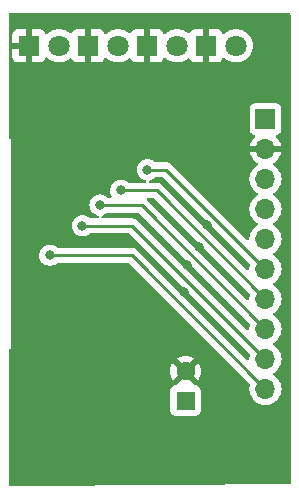
<source format=gbl>
%TF.GenerationSoftware,KiCad,Pcbnew,7.0.10*%
%TF.CreationDate,2024-03-15T22:51:05-04:00*%
%TF.ProjectId,DW1000 BU-01,44573130-3030-4204-9255-2d30312e6b69,rev?*%
%TF.SameCoordinates,Original*%
%TF.FileFunction,Copper,L2,Bot*%
%TF.FilePolarity,Positive*%
%FSLAX46Y46*%
G04 Gerber Fmt 4.6, Leading zero omitted, Abs format (unit mm)*
G04 Created by KiCad (PCBNEW 7.0.10) date 2024-03-15 22:51:05*
%MOMM*%
%LPD*%
G01*
G04 APERTURE LIST*
%TA.AperFunction,ComponentPad*%
%ADD10R,1.800000X1.800000*%
%TD*%
%TA.AperFunction,ComponentPad*%
%ADD11C,1.800000*%
%TD*%
%TA.AperFunction,ComponentPad*%
%ADD12R,1.700000X1.700000*%
%TD*%
%TA.AperFunction,ComponentPad*%
%ADD13O,1.700000X1.700000*%
%TD*%
%TA.AperFunction,ComponentPad*%
%ADD14R,1.600000X1.600000*%
%TD*%
%TA.AperFunction,ComponentPad*%
%ADD15C,1.600000*%
%TD*%
%TA.AperFunction,ViaPad*%
%ADD16C,0.800000*%
%TD*%
%TA.AperFunction,Conductor*%
%ADD17C,0.250000*%
%TD*%
G04 APERTURE END LIST*
D10*
%TO.P,D4,1,K*%
%TO.N,GND*%
X16475000Y-3000000D03*
D11*
%TO.P,D4,2,A*%
%TO.N,Net-(D4-A)*%
X19015000Y-3000000D03*
%TD*%
D10*
%TO.P,D3,1,K*%
%TO.N,GND*%
X11475000Y-3000000D03*
D11*
%TO.P,D3,2,A*%
%TO.N,Net-(D3-A)*%
X14015000Y-3000000D03*
%TD*%
D12*
%TO.P,J1,1,Pin_1*%
%TO.N,+3.3V*%
X21500000Y-9210000D03*
D13*
%TO.P,J1,2,Pin_2*%
%TO.N,GND*%
X21500000Y-11750000D03*
%TO.P,J1,3,Pin_3*%
%TO.N,Net-(J1-Pin_3)*%
X21500000Y-14290000D03*
%TO.P,J1,4,Pin_4*%
%TO.N,Net-(J1-Pin_4)*%
X21500000Y-16830000D03*
%TO.P,J1,5,Pin_5*%
%TO.N,Net-(J1-Pin_5)*%
X21500000Y-19370000D03*
%TO.P,J1,6,Pin_6*%
%TO.N,Net-(DWM1-SPICSn)*%
X21500000Y-21910000D03*
%TO.P,J1,7,Pin_7*%
%TO.N,Net-(DWM1-SPIMOSI)*%
X21500000Y-24450000D03*
%TO.P,J1,8,Pin_8*%
%TO.N,Net-(DWM1-SPIMISO)*%
X21500000Y-26990000D03*
%TO.P,J1,9,Pin_9*%
%TO.N,Net-(DWM1-SPICLK)*%
X21500000Y-29530000D03*
%TO.P,J1,10,Pin_10*%
%TO.N,Net-(DWM1-IRQ{slash}GPIO8)*%
X21500000Y-32070000D03*
%TD*%
D10*
%TO.P,D1,1,K*%
%TO.N,GND*%
X1475000Y-3000000D03*
D11*
%TO.P,D1,2,A*%
%TO.N,Net-(D1-A)*%
X4015000Y-3000000D03*
%TD*%
D14*
%TO.P,C3,1*%
%TO.N,+3.3V*%
X14732000Y-33059380D03*
D15*
%TO.P,C3,2*%
%TO.N,GND*%
X14732000Y-30559380D03*
%TD*%
D10*
%TO.P,D2,1,K*%
%TO.N,GND*%
X6475000Y-3000000D03*
D11*
%TO.P,D2,2,A*%
%TO.N,Net-(D2-A)*%
X9015000Y-3000000D03*
%TD*%
D16*
%TO.N,GND*%
X14351000Y-7747000D03*
X14859000Y-21590000D03*
X19500000Y-38500000D03*
X2921000Y-30099000D03*
X15875000Y-20066000D03*
X6858000Y-33274000D03*
X14605000Y-23876000D03*
X13000000Y-38500000D03*
X2667000Y-35179000D03*
X16510000Y-18161000D03*
X11938000Y-8890000D03*
X4572000Y-28575000D03*
X6750000Y-38500000D03*
%TO.N,Net-(DWM1-SPICSn)*%
X11500000Y-13500000D03*
%TO.N,Net-(DWM1-SPIMOSI)*%
X9250000Y-15250000D03*
%TO.N,Net-(DWM1-SPIMISO)*%
X7500000Y-16500000D03*
%TO.N,Net-(DWM1-SPICLK)*%
X6000000Y-18250000D03*
%TO.N,Net-(DWM1-IRQ{slash}GPIO8)*%
X3250000Y-20750000D03*
%TD*%
D17*
%TO.N,Net-(DWM1-SPICSn)*%
X13090000Y-13500000D02*
X21500000Y-21910000D01*
X11500000Y-13500000D02*
X13090000Y-13500000D01*
%TO.N,Net-(DWM1-SPIMOSI)*%
X12300000Y-15250000D02*
X21500000Y-24450000D01*
X9250000Y-15250000D02*
X12300000Y-15250000D01*
%TO.N,Net-(DWM1-SPIMISO)*%
X7500000Y-16500000D02*
X11010000Y-16500000D01*
X11010000Y-16500000D02*
X21500000Y-26990000D01*
%TO.N,Net-(DWM1-SPICLK)*%
X6000000Y-18250000D02*
X10220000Y-18250000D01*
X10220000Y-18250000D02*
X21500000Y-29530000D01*
%TO.N,Net-(DWM1-IRQ{slash}GPIO8)*%
X10180000Y-20750000D02*
X21500000Y-32070000D01*
X3250000Y-20750000D02*
X10180000Y-20750000D01*
%TD*%
%TA.AperFunction,Conductor*%
%TO.N,GND*%
G36*
X10766587Y-17145185D02*
G01*
X10787229Y-17161819D01*
X20159761Y-26534352D01*
X20193246Y-26595675D01*
X20191855Y-26654124D01*
X20164937Y-26754589D01*
X20164937Y-26754590D01*
X20144341Y-26989999D01*
X20144341Y-26990388D01*
X20144292Y-26990553D01*
X20143869Y-26995394D01*
X20142896Y-26995308D01*
X20124656Y-27057427D01*
X20071852Y-27103182D01*
X20002694Y-27113126D01*
X19939138Y-27084101D01*
X19932660Y-27078069D01*
X10720803Y-17866212D01*
X10710980Y-17853950D01*
X10710759Y-17854134D01*
X10705786Y-17848122D01*
X10656776Y-17802099D01*
X10653977Y-17799386D01*
X10634477Y-17779885D01*
X10634471Y-17779880D01*
X10631286Y-17777409D01*
X10622434Y-17769848D01*
X10590582Y-17739938D01*
X10590580Y-17739936D01*
X10590577Y-17739935D01*
X10573029Y-17730288D01*
X10556763Y-17719604D01*
X10540932Y-17707324D01*
X10500849Y-17689978D01*
X10490363Y-17684841D01*
X10452094Y-17663803D01*
X10452092Y-17663802D01*
X10432693Y-17658822D01*
X10414281Y-17652518D01*
X10395898Y-17644562D01*
X10395892Y-17644560D01*
X10352760Y-17637729D01*
X10341322Y-17635361D01*
X10299020Y-17624500D01*
X10299019Y-17624500D01*
X10278984Y-17624500D01*
X10259586Y-17622973D01*
X10252162Y-17621797D01*
X10239805Y-17619840D01*
X10239804Y-17619840D01*
X10196325Y-17623950D01*
X10184656Y-17624500D01*
X7720590Y-17624500D01*
X7653551Y-17604815D01*
X7607796Y-17552011D01*
X7597852Y-17482853D01*
X7626877Y-17419297D01*
X7685655Y-17381523D01*
X7694809Y-17379210D01*
X7725723Y-17372638D01*
X7779803Y-17361144D01*
X7952730Y-17284151D01*
X8105871Y-17172888D01*
X8108788Y-17169647D01*
X8111600Y-17166526D01*
X8171087Y-17129879D01*
X8203748Y-17125500D01*
X10699548Y-17125500D01*
X10766587Y-17145185D01*
G37*
%TD.AperFunction*%
%TA.AperFunction,Conductor*%
G36*
X12056587Y-15895185D02*
G01*
X12077229Y-15911819D01*
X20159762Y-23994352D01*
X20193247Y-24055675D01*
X20191856Y-24114126D01*
X20164938Y-24214586D01*
X20164936Y-24214596D01*
X20144341Y-24449999D01*
X20144341Y-24450388D01*
X20144292Y-24450553D01*
X20143869Y-24455394D01*
X20142896Y-24455308D01*
X20124656Y-24517427D01*
X20071852Y-24563182D01*
X20002694Y-24573126D01*
X19939138Y-24544101D01*
X19932660Y-24538069D01*
X11510803Y-16116212D01*
X11500980Y-16103950D01*
X11500759Y-16104134D01*
X11495787Y-16098123D01*
X11487022Y-16089893D01*
X11451627Y-16029652D01*
X11454419Y-15959838D01*
X11494512Y-15902617D01*
X11559177Y-15876155D01*
X11571905Y-15875500D01*
X11989548Y-15875500D01*
X12056587Y-15895185D01*
G37*
%TD.AperFunction*%
%TA.AperFunction,Conductor*%
G36*
X12846587Y-14145185D02*
G01*
X12867229Y-14161819D01*
X20159761Y-21454352D01*
X20193246Y-21515675D01*
X20191855Y-21574124D01*
X20164937Y-21674589D01*
X20164937Y-21674590D01*
X20144341Y-21909999D01*
X20144341Y-21910388D01*
X20144292Y-21910553D01*
X20143869Y-21915394D01*
X20142896Y-21915308D01*
X20124656Y-21977427D01*
X20071852Y-22023182D01*
X20002694Y-22033126D01*
X19939138Y-22004101D01*
X19932660Y-21998069D01*
X12800803Y-14866212D01*
X12790980Y-14853950D01*
X12790759Y-14854134D01*
X12785786Y-14848122D01*
X12736776Y-14802099D01*
X12733977Y-14799386D01*
X12714477Y-14779885D01*
X12714471Y-14779880D01*
X12711286Y-14777409D01*
X12702434Y-14769848D01*
X12670582Y-14739938D01*
X12670580Y-14739936D01*
X12670577Y-14739935D01*
X12653029Y-14730288D01*
X12636763Y-14719604D01*
X12620932Y-14707324D01*
X12580849Y-14689978D01*
X12570363Y-14684841D01*
X12532094Y-14663803D01*
X12532092Y-14663802D01*
X12512693Y-14658822D01*
X12494281Y-14652518D01*
X12475898Y-14644562D01*
X12475892Y-14644560D01*
X12432760Y-14637729D01*
X12421322Y-14635361D01*
X12379020Y-14624500D01*
X12379019Y-14624500D01*
X12358984Y-14624500D01*
X12339586Y-14622973D01*
X12332162Y-14621797D01*
X12319805Y-14619840D01*
X12319804Y-14619840D01*
X12276325Y-14623950D01*
X12264656Y-14624500D01*
X11720590Y-14624500D01*
X11653551Y-14604815D01*
X11607796Y-14552011D01*
X11597852Y-14482853D01*
X11626877Y-14419297D01*
X11685655Y-14381523D01*
X11694809Y-14379210D01*
X11725723Y-14372638D01*
X11779803Y-14361144D01*
X11952730Y-14284151D01*
X12105871Y-14172888D01*
X12108788Y-14169647D01*
X12111600Y-14166526D01*
X12171087Y-14129879D01*
X12203748Y-14125500D01*
X12779548Y-14125500D01*
X12846587Y-14145185D01*
G37*
%TD.AperFunction*%
%TA.AperFunction,Conductor*%
G36*
X22964375Y-250502D02*
G01*
X22967410Y-250518D01*
X23498662Y-253343D01*
X23565593Y-273384D01*
X23611067Y-326430D01*
X23622000Y-377341D01*
X23622000Y-40008658D01*
X23602315Y-40075697D01*
X23549511Y-40121452D01*
X23498660Y-40132656D01*
X1532376Y-40249498D01*
X1531716Y-40249500D01*
X-125500Y-40249500D01*
X-192539Y-40229815D01*
X-238294Y-40177011D01*
X-249500Y-40125500D01*
X-249500Y-30559382D01*
X13427034Y-30559382D01*
X13446858Y-30785979D01*
X13446860Y-30785990D01*
X13505730Y-31005697D01*
X13505735Y-31005711D01*
X13601863Y-31211858D01*
X13652974Y-31284852D01*
X14334046Y-30603780D01*
X14346835Y-30684528D01*
X14404359Y-30797425D01*
X14493955Y-30887021D01*
X14606852Y-30944545D01*
X14687599Y-30957333D01*
X14001352Y-31643579D01*
X13991506Y-31692574D01*
X13942890Y-31742757D01*
X13887367Y-31757429D01*
X13887423Y-31758479D01*
X13887429Y-31758526D01*
X13887426Y-31758526D01*
X13887436Y-31758704D01*
X13884123Y-31758881D01*
X13824516Y-31765288D01*
X13689671Y-31815582D01*
X13689664Y-31815586D01*
X13574455Y-31901832D01*
X13574452Y-31901835D01*
X13488206Y-32017044D01*
X13488202Y-32017051D01*
X13437908Y-32151897D01*
X13431501Y-32211496D01*
X13431501Y-32211503D01*
X13431500Y-32211515D01*
X13431500Y-33907250D01*
X13431501Y-33907256D01*
X13437908Y-33966863D01*
X13488202Y-34101708D01*
X13488206Y-34101715D01*
X13574452Y-34216924D01*
X13574455Y-34216927D01*
X13689664Y-34303173D01*
X13689671Y-34303177D01*
X13824517Y-34353471D01*
X13824516Y-34353471D01*
X13831444Y-34354215D01*
X13884127Y-34359880D01*
X15579872Y-34359879D01*
X15639483Y-34353471D01*
X15774331Y-34303176D01*
X15889546Y-34216926D01*
X15975796Y-34101711D01*
X16026091Y-33966863D01*
X16032500Y-33907253D01*
X16032499Y-32211508D01*
X16026091Y-32151897D01*
X15995545Y-32070000D01*
X15975797Y-32017051D01*
X15975793Y-32017044D01*
X15889547Y-31901835D01*
X15889544Y-31901832D01*
X15774335Y-31815586D01*
X15774328Y-31815582D01*
X15639482Y-31765288D01*
X15639483Y-31765288D01*
X15579883Y-31758881D01*
X15579881Y-31758880D01*
X15579873Y-31758880D01*
X15579864Y-31758880D01*
X15576548Y-31758702D01*
X15576627Y-31757227D01*
X15515215Y-31739195D01*
X15469460Y-31686391D01*
X15461969Y-31642902D01*
X14776400Y-30957333D01*
X14857148Y-30944545D01*
X14970045Y-30887021D01*
X15059641Y-30797425D01*
X15117165Y-30684528D01*
X15129953Y-30603780D01*
X15811024Y-31284851D01*
X15862136Y-31211858D01*
X15958264Y-31005711D01*
X15958269Y-31005697D01*
X16017139Y-30785990D01*
X16017141Y-30785979D01*
X16036966Y-30559382D01*
X16036966Y-30559377D01*
X16017141Y-30332780D01*
X16017139Y-30332769D01*
X15958269Y-30113062D01*
X15958264Y-30113048D01*
X15862136Y-29906901D01*
X15862132Y-29906893D01*
X15811025Y-29833906D01*
X15129953Y-30514978D01*
X15117165Y-30434232D01*
X15059641Y-30321335D01*
X14970045Y-30231739D01*
X14857148Y-30174215D01*
X14776401Y-30161426D01*
X15457472Y-29480354D01*
X15384478Y-29429243D01*
X15178331Y-29333115D01*
X15178317Y-29333110D01*
X14958610Y-29274240D01*
X14958599Y-29274238D01*
X14732002Y-29254414D01*
X14731998Y-29254414D01*
X14505400Y-29274238D01*
X14505389Y-29274240D01*
X14285682Y-29333110D01*
X14285673Y-29333114D01*
X14079516Y-29429246D01*
X14079512Y-29429248D01*
X14006526Y-29480353D01*
X14006526Y-29480354D01*
X14687599Y-30161426D01*
X14606852Y-30174215D01*
X14493955Y-30231739D01*
X14404359Y-30321335D01*
X14346835Y-30434232D01*
X14334046Y-30514978D01*
X13652974Y-29833906D01*
X13652973Y-29833906D01*
X13601868Y-29906892D01*
X13601866Y-29906896D01*
X13505734Y-30113053D01*
X13505730Y-30113062D01*
X13446860Y-30332769D01*
X13446858Y-30332780D01*
X13427034Y-30559377D01*
X13427034Y-30559382D01*
X-249500Y-30559382D01*
X-249500Y-28764000D01*
X-229815Y-28696961D01*
X-177011Y-28651206D01*
X-125500Y-28640000D01*
X-70000Y-28640000D01*
X-70000Y-20750000D01*
X2344540Y-20750000D01*
X2364326Y-20938256D01*
X2364327Y-20938259D01*
X2422818Y-21118277D01*
X2422821Y-21118284D01*
X2517467Y-21282216D01*
X2619185Y-21395185D01*
X2644129Y-21422888D01*
X2797265Y-21534148D01*
X2797270Y-21534151D01*
X2970192Y-21611142D01*
X2970197Y-21611144D01*
X3155354Y-21650500D01*
X3155355Y-21650500D01*
X3344644Y-21650500D01*
X3344646Y-21650500D01*
X3529803Y-21611144D01*
X3702730Y-21534151D01*
X3855871Y-21422888D01*
X3858788Y-21419647D01*
X3861600Y-21416526D01*
X3921087Y-21379879D01*
X3953748Y-21375500D01*
X9869548Y-21375500D01*
X9936587Y-21395185D01*
X9957229Y-21411819D01*
X20159762Y-31614352D01*
X20193247Y-31675675D01*
X20191856Y-31734126D01*
X20164938Y-31834586D01*
X20164936Y-31834596D01*
X20144341Y-32069999D01*
X20144341Y-32070000D01*
X20164936Y-32305403D01*
X20164938Y-32305413D01*
X20226094Y-32533655D01*
X20226096Y-32533659D01*
X20226097Y-32533663D01*
X20325965Y-32747830D01*
X20325967Y-32747834D01*
X20434281Y-32902521D01*
X20461505Y-32941401D01*
X20628599Y-33108495D01*
X20725384Y-33176265D01*
X20822165Y-33244032D01*
X20822167Y-33244033D01*
X20822170Y-33244035D01*
X21036337Y-33343903D01*
X21264592Y-33405063D01*
X21452918Y-33421539D01*
X21499999Y-33425659D01*
X21500000Y-33425659D01*
X21500001Y-33425659D01*
X21539234Y-33422226D01*
X21735408Y-33405063D01*
X21963663Y-33343903D01*
X22177830Y-33244035D01*
X22371401Y-33108495D01*
X22538495Y-32941401D01*
X22674035Y-32747830D01*
X22773903Y-32533663D01*
X22835063Y-32305408D01*
X22855659Y-32070000D01*
X22835063Y-31834592D01*
X22773903Y-31606337D01*
X22674035Y-31392171D01*
X22538495Y-31198599D01*
X22538494Y-31198597D01*
X22371402Y-31031506D01*
X22371396Y-31031501D01*
X22185842Y-30901575D01*
X22142217Y-30846998D01*
X22135023Y-30777500D01*
X22166546Y-30715145D01*
X22185842Y-30698425D01*
X22208026Y-30682891D01*
X22371401Y-30568495D01*
X22538495Y-30401401D01*
X22674035Y-30207830D01*
X22773903Y-29993663D01*
X22835063Y-29765408D01*
X22855659Y-29530000D01*
X22835063Y-29294592D01*
X22773903Y-29066337D01*
X22674035Y-28852171D01*
X22612298Y-28764000D01*
X22538494Y-28658597D01*
X22371402Y-28491506D01*
X22371396Y-28491501D01*
X22185842Y-28361575D01*
X22142217Y-28306998D01*
X22135023Y-28237500D01*
X22166546Y-28175145D01*
X22185842Y-28158425D01*
X22208026Y-28142891D01*
X22371401Y-28028495D01*
X22538495Y-27861401D01*
X22674035Y-27667830D01*
X22773903Y-27453663D01*
X22835063Y-27225408D01*
X22855659Y-26990000D01*
X22835063Y-26754592D01*
X22773903Y-26526337D01*
X22674035Y-26312171D01*
X22538495Y-26118599D01*
X22538494Y-26118597D01*
X22371402Y-25951506D01*
X22371396Y-25951501D01*
X22185842Y-25821575D01*
X22142217Y-25766998D01*
X22135023Y-25697500D01*
X22166546Y-25635145D01*
X22185842Y-25618425D01*
X22208026Y-25602891D01*
X22371401Y-25488495D01*
X22538495Y-25321401D01*
X22674035Y-25127830D01*
X22773903Y-24913663D01*
X22835063Y-24685408D01*
X22855659Y-24450000D01*
X22835063Y-24214592D01*
X22773903Y-23986337D01*
X22674035Y-23772171D01*
X22538495Y-23578599D01*
X22538494Y-23578597D01*
X22371402Y-23411506D01*
X22371396Y-23411501D01*
X22185842Y-23281575D01*
X22142217Y-23226998D01*
X22135023Y-23157500D01*
X22166546Y-23095145D01*
X22185842Y-23078425D01*
X22208026Y-23062891D01*
X22371401Y-22948495D01*
X22538495Y-22781401D01*
X22674035Y-22587830D01*
X22773903Y-22373663D01*
X22835063Y-22145408D01*
X22855659Y-21910000D01*
X22835063Y-21674592D01*
X22773903Y-21446337D01*
X22674035Y-21232171D01*
X22538495Y-21038599D01*
X22538494Y-21038597D01*
X22371402Y-20871506D01*
X22371396Y-20871501D01*
X22185842Y-20741575D01*
X22142217Y-20686998D01*
X22135023Y-20617500D01*
X22166546Y-20555145D01*
X22185842Y-20538425D01*
X22208026Y-20522891D01*
X22371401Y-20408495D01*
X22538495Y-20241401D01*
X22674035Y-20047830D01*
X22773903Y-19833663D01*
X22835063Y-19605408D01*
X22855659Y-19370000D01*
X22835063Y-19134592D01*
X22773903Y-18906337D01*
X22674035Y-18692171D01*
X22538495Y-18498599D01*
X22538494Y-18498597D01*
X22371402Y-18331506D01*
X22371396Y-18331501D01*
X22185842Y-18201575D01*
X22142217Y-18146998D01*
X22135023Y-18077500D01*
X22166546Y-18015145D01*
X22185842Y-17998425D01*
X22208026Y-17982891D01*
X22371401Y-17868495D01*
X22538495Y-17701401D01*
X22674035Y-17507830D01*
X22773903Y-17293663D01*
X22835063Y-17065408D01*
X22855659Y-16830000D01*
X22835063Y-16594592D01*
X22773903Y-16366337D01*
X22674035Y-16152171D01*
X22659713Y-16131716D01*
X22538494Y-15958597D01*
X22371402Y-15791506D01*
X22371396Y-15791501D01*
X22185842Y-15661575D01*
X22142217Y-15606998D01*
X22135023Y-15537500D01*
X22166546Y-15475145D01*
X22185842Y-15458425D01*
X22214646Y-15438256D01*
X22371401Y-15328495D01*
X22538495Y-15161401D01*
X22674035Y-14967830D01*
X22773903Y-14753663D01*
X22835063Y-14525408D01*
X22855659Y-14290000D01*
X22835063Y-14054592D01*
X22773903Y-13826337D01*
X22674035Y-13612171D01*
X22595493Y-13500000D01*
X22538494Y-13418597D01*
X22371402Y-13251506D01*
X22371401Y-13251505D01*
X22185405Y-13121269D01*
X22141781Y-13066692D01*
X22134588Y-12997193D01*
X22166110Y-12934839D01*
X22185405Y-12918119D01*
X22371082Y-12788105D01*
X22538105Y-12621082D01*
X22673600Y-12427578D01*
X22773429Y-12213492D01*
X22773432Y-12213486D01*
X22830636Y-12000000D01*
X21933686Y-12000000D01*
X21959493Y-11959844D01*
X22000000Y-11821889D01*
X22000000Y-11678111D01*
X21959493Y-11540156D01*
X21933686Y-11500000D01*
X22830636Y-11500000D01*
X22830635Y-11499999D01*
X22773432Y-11286513D01*
X22773429Y-11286507D01*
X22673600Y-11072422D01*
X22673599Y-11072420D01*
X22538113Y-10878926D01*
X22538108Y-10878920D01*
X22416053Y-10756865D01*
X22382568Y-10695542D01*
X22387552Y-10625850D01*
X22429424Y-10569917D01*
X22460400Y-10553002D01*
X22592331Y-10503796D01*
X22707546Y-10417546D01*
X22793796Y-10302331D01*
X22844091Y-10167483D01*
X22850500Y-10107873D01*
X22850499Y-8312128D01*
X22844091Y-8252517D01*
X22793796Y-8117669D01*
X22793795Y-8117668D01*
X22793793Y-8117664D01*
X22707547Y-8002455D01*
X22707544Y-8002452D01*
X22592335Y-7916206D01*
X22592328Y-7916202D01*
X22457482Y-7865908D01*
X22457483Y-7865908D01*
X22397883Y-7859501D01*
X22397881Y-7859500D01*
X22397873Y-7859500D01*
X22397864Y-7859500D01*
X20602129Y-7859500D01*
X20602123Y-7859501D01*
X20542516Y-7865908D01*
X20407671Y-7916202D01*
X20407664Y-7916206D01*
X20292455Y-8002452D01*
X20292452Y-8002455D01*
X20206206Y-8117664D01*
X20206202Y-8117671D01*
X20155908Y-8252517D01*
X20149501Y-8312116D01*
X20149501Y-8312123D01*
X20149500Y-8312135D01*
X20149500Y-10107870D01*
X20149501Y-10107876D01*
X20155908Y-10167483D01*
X20206202Y-10302328D01*
X20206206Y-10302335D01*
X20292452Y-10417544D01*
X20292455Y-10417547D01*
X20407664Y-10503793D01*
X20407671Y-10503797D01*
X20407674Y-10503798D01*
X20539598Y-10553002D01*
X20595531Y-10594873D01*
X20619949Y-10660337D01*
X20605098Y-10728610D01*
X20583947Y-10756865D01*
X20461886Y-10878926D01*
X20326400Y-11072420D01*
X20326399Y-11072422D01*
X20226570Y-11286507D01*
X20226567Y-11286513D01*
X20169364Y-11499999D01*
X20169364Y-11500000D01*
X21066314Y-11500000D01*
X21040507Y-11540156D01*
X21000000Y-11678111D01*
X21000000Y-11821889D01*
X21040507Y-11959844D01*
X21066314Y-12000000D01*
X20169364Y-12000000D01*
X20226567Y-12213486D01*
X20226570Y-12213492D01*
X20326399Y-12427578D01*
X20461894Y-12621082D01*
X20628917Y-12788105D01*
X20814595Y-12918119D01*
X20858219Y-12972696D01*
X20865412Y-13042195D01*
X20833890Y-13104549D01*
X20814595Y-13121269D01*
X20628594Y-13251508D01*
X20461505Y-13418597D01*
X20325965Y-13612169D01*
X20325964Y-13612171D01*
X20226098Y-13826335D01*
X20226094Y-13826344D01*
X20164938Y-14054586D01*
X20164936Y-14054596D01*
X20144341Y-14289999D01*
X20144341Y-14290000D01*
X20164936Y-14525403D01*
X20164938Y-14525413D01*
X20226094Y-14753655D01*
X20226096Y-14753659D01*
X20226097Y-14753663D01*
X20270144Y-14848122D01*
X20325965Y-14967830D01*
X20325967Y-14967834D01*
X20461501Y-15161395D01*
X20461506Y-15161402D01*
X20628597Y-15328493D01*
X20628603Y-15328498D01*
X20814158Y-15458425D01*
X20857783Y-15513002D01*
X20864977Y-15582500D01*
X20833454Y-15644855D01*
X20814158Y-15661575D01*
X20628597Y-15791505D01*
X20461505Y-15958597D01*
X20325965Y-16152169D01*
X20325964Y-16152171D01*
X20226098Y-16366335D01*
X20226094Y-16366344D01*
X20164938Y-16594586D01*
X20164936Y-16594596D01*
X20144341Y-16829999D01*
X20144341Y-16830000D01*
X20164936Y-17065403D01*
X20164938Y-17065413D01*
X20226094Y-17293655D01*
X20226096Y-17293659D01*
X20226097Y-17293663D01*
X20306389Y-17465849D01*
X20325965Y-17507830D01*
X20325967Y-17507834D01*
X20461501Y-17701395D01*
X20461506Y-17701402D01*
X20628597Y-17868493D01*
X20628603Y-17868498D01*
X20814158Y-17998425D01*
X20857783Y-18053002D01*
X20864977Y-18122500D01*
X20833454Y-18184855D01*
X20814158Y-18201575D01*
X20628597Y-18331505D01*
X20461505Y-18498597D01*
X20325965Y-18692169D01*
X20325964Y-18692171D01*
X20226098Y-18906335D01*
X20226094Y-18906344D01*
X20164938Y-19134586D01*
X20164936Y-19134596D01*
X20144341Y-19369999D01*
X20144341Y-19370388D01*
X20144292Y-19370553D01*
X20143869Y-19375394D01*
X20142896Y-19375308D01*
X20124656Y-19437427D01*
X20071852Y-19483182D01*
X20002694Y-19493126D01*
X19939138Y-19464101D01*
X19932660Y-19458069D01*
X13590803Y-13116212D01*
X13580980Y-13103950D01*
X13580759Y-13104134D01*
X13575786Y-13098122D01*
X13526776Y-13052099D01*
X13523977Y-13049386D01*
X13504477Y-13029885D01*
X13504471Y-13029880D01*
X13501286Y-13027409D01*
X13492434Y-13019848D01*
X13460582Y-12989938D01*
X13460580Y-12989936D01*
X13460577Y-12989935D01*
X13443029Y-12980288D01*
X13426763Y-12969604D01*
X13410932Y-12957324D01*
X13370849Y-12939978D01*
X13360363Y-12934841D01*
X13322094Y-12913803D01*
X13322092Y-12913802D01*
X13302693Y-12908822D01*
X13284281Y-12902518D01*
X13265898Y-12894562D01*
X13265892Y-12894560D01*
X13222760Y-12887729D01*
X13211322Y-12885361D01*
X13169020Y-12874500D01*
X13169019Y-12874500D01*
X13148984Y-12874500D01*
X13129586Y-12872973D01*
X13122162Y-12871797D01*
X13109805Y-12869840D01*
X13109804Y-12869840D01*
X13066325Y-12873950D01*
X13054656Y-12874500D01*
X12203748Y-12874500D01*
X12136709Y-12854815D01*
X12111600Y-12833474D01*
X12105873Y-12827114D01*
X12105869Y-12827110D01*
X11952734Y-12715851D01*
X11952729Y-12715848D01*
X11779807Y-12638857D01*
X11779802Y-12638855D01*
X11634001Y-12607865D01*
X11594646Y-12599500D01*
X11405354Y-12599500D01*
X11372897Y-12606398D01*
X11220197Y-12638855D01*
X11220192Y-12638857D01*
X11047270Y-12715848D01*
X11047265Y-12715851D01*
X10894129Y-12827111D01*
X10767466Y-12967785D01*
X10672821Y-13131715D01*
X10672818Y-13131722D01*
X10614327Y-13311740D01*
X10614326Y-13311744D01*
X10594540Y-13500000D01*
X10614326Y-13688256D01*
X10614327Y-13688259D01*
X10672818Y-13868277D01*
X10672821Y-13868284D01*
X10767467Y-14032216D01*
X10869185Y-14145185D01*
X10894129Y-14172888D01*
X11047265Y-14284148D01*
X11047270Y-14284151D01*
X11220192Y-14361142D01*
X11220197Y-14361144D01*
X11305191Y-14379210D01*
X11366673Y-14412402D01*
X11400449Y-14473565D01*
X11395797Y-14543280D01*
X11354192Y-14599412D01*
X11288845Y-14624141D01*
X11279410Y-14624500D01*
X9953748Y-14624500D01*
X9886709Y-14604815D01*
X9861600Y-14583474D01*
X9855873Y-14577114D01*
X9855869Y-14577110D01*
X9702734Y-14465851D01*
X9702729Y-14465848D01*
X9529807Y-14388857D01*
X9529802Y-14388855D01*
X9384001Y-14357865D01*
X9344646Y-14349500D01*
X9155354Y-14349500D01*
X9122897Y-14356398D01*
X8970197Y-14388855D01*
X8970192Y-14388857D01*
X8797270Y-14465848D01*
X8797265Y-14465851D01*
X8644129Y-14577111D01*
X8517466Y-14717785D01*
X8422821Y-14881715D01*
X8422818Y-14881722D01*
X8394839Y-14967834D01*
X8364326Y-15061744D01*
X8344540Y-15250000D01*
X8364326Y-15438256D01*
X8364327Y-15438259D01*
X8422818Y-15618277D01*
X8422823Y-15618289D01*
X8463360Y-15688501D01*
X8479833Y-15756401D01*
X8456980Y-15822428D01*
X8402059Y-15865618D01*
X8355973Y-15874500D01*
X8203748Y-15874500D01*
X8136709Y-15854815D01*
X8111600Y-15833474D01*
X8105873Y-15827114D01*
X8105869Y-15827110D01*
X7952734Y-15715851D01*
X7952729Y-15715848D01*
X7779807Y-15638857D01*
X7779802Y-15638855D01*
X7629922Y-15606998D01*
X7594646Y-15599500D01*
X7405354Y-15599500D01*
X7372897Y-15606398D01*
X7220197Y-15638855D01*
X7220192Y-15638857D01*
X7047270Y-15715848D01*
X7047265Y-15715851D01*
X6894129Y-15827111D01*
X6767466Y-15967785D01*
X6672821Y-16131715D01*
X6672818Y-16131722D01*
X6614327Y-16311740D01*
X6614326Y-16311744D01*
X6594540Y-16500000D01*
X6614326Y-16688256D01*
X6614327Y-16688259D01*
X6672818Y-16868277D01*
X6672821Y-16868284D01*
X6767467Y-17032216D01*
X6869185Y-17145185D01*
X6894129Y-17172888D01*
X7047265Y-17284148D01*
X7047270Y-17284151D01*
X7220192Y-17361142D01*
X7220197Y-17361144D01*
X7305191Y-17379210D01*
X7366673Y-17412402D01*
X7400449Y-17473565D01*
X7395797Y-17543280D01*
X7354192Y-17599412D01*
X7288845Y-17624141D01*
X7279410Y-17624500D01*
X6703748Y-17624500D01*
X6636709Y-17604815D01*
X6611600Y-17583474D01*
X6605873Y-17577114D01*
X6605869Y-17577110D01*
X6452734Y-17465851D01*
X6452729Y-17465848D01*
X6279807Y-17388857D01*
X6279802Y-17388855D01*
X6134001Y-17357865D01*
X6094646Y-17349500D01*
X5905354Y-17349500D01*
X5872897Y-17356398D01*
X5720197Y-17388855D01*
X5720192Y-17388857D01*
X5547270Y-17465848D01*
X5547265Y-17465851D01*
X5394129Y-17577111D01*
X5267466Y-17717785D01*
X5172821Y-17881715D01*
X5172818Y-17881722D01*
X5129467Y-18015145D01*
X5114326Y-18061744D01*
X5094540Y-18250000D01*
X5114326Y-18438256D01*
X5114327Y-18438259D01*
X5172818Y-18618277D01*
X5172821Y-18618284D01*
X5267467Y-18782216D01*
X5369185Y-18895185D01*
X5394129Y-18922888D01*
X5547265Y-19034148D01*
X5547270Y-19034151D01*
X5720192Y-19111142D01*
X5720197Y-19111144D01*
X5905354Y-19150500D01*
X5905355Y-19150500D01*
X6094644Y-19150500D01*
X6094646Y-19150500D01*
X6279803Y-19111144D01*
X6452730Y-19034151D01*
X6605871Y-18922888D01*
X6608788Y-18919647D01*
X6611600Y-18916526D01*
X6671087Y-18879879D01*
X6703748Y-18875500D01*
X9909548Y-18875500D01*
X9976587Y-18895185D01*
X9997229Y-18911819D01*
X20159761Y-29074352D01*
X20193246Y-29135675D01*
X20191855Y-29194124D01*
X20164937Y-29294589D01*
X20164937Y-29294590D01*
X20144341Y-29529999D01*
X20144341Y-29530388D01*
X20144292Y-29530553D01*
X20143869Y-29535394D01*
X20142896Y-29535308D01*
X20124656Y-29597427D01*
X20071852Y-29643182D01*
X20002694Y-29653126D01*
X19939138Y-29624101D01*
X19932660Y-29618069D01*
X10680803Y-20366212D01*
X10670980Y-20353950D01*
X10670759Y-20354134D01*
X10665786Y-20348122D01*
X10616776Y-20302099D01*
X10613977Y-20299386D01*
X10594477Y-20279885D01*
X10594471Y-20279880D01*
X10591286Y-20277409D01*
X10582434Y-20269848D01*
X10550582Y-20239938D01*
X10550580Y-20239936D01*
X10550577Y-20239935D01*
X10533029Y-20230288D01*
X10516763Y-20219604D01*
X10500932Y-20207324D01*
X10460849Y-20189978D01*
X10450363Y-20184841D01*
X10412094Y-20163803D01*
X10412092Y-20163802D01*
X10392693Y-20158822D01*
X10374281Y-20152518D01*
X10355898Y-20144562D01*
X10355892Y-20144560D01*
X10312760Y-20137729D01*
X10301322Y-20135361D01*
X10259020Y-20124500D01*
X10259019Y-20124500D01*
X10238984Y-20124500D01*
X10219586Y-20122973D01*
X10212162Y-20121797D01*
X10199805Y-20119840D01*
X10199804Y-20119840D01*
X10156325Y-20123950D01*
X10144656Y-20124500D01*
X3953748Y-20124500D01*
X3886709Y-20104815D01*
X3861600Y-20083474D01*
X3855873Y-20077114D01*
X3855869Y-20077110D01*
X3702734Y-19965851D01*
X3702729Y-19965848D01*
X3529807Y-19888857D01*
X3529802Y-19888855D01*
X3384001Y-19857865D01*
X3344646Y-19849500D01*
X3155354Y-19849500D01*
X3122897Y-19856398D01*
X2970197Y-19888855D01*
X2970192Y-19888857D01*
X2797270Y-19965848D01*
X2797265Y-19965851D01*
X2644129Y-20077111D01*
X2517466Y-20217785D01*
X2422821Y-20381715D01*
X2422818Y-20381722D01*
X2370080Y-20544035D01*
X2364326Y-20561744D01*
X2344540Y-20750000D01*
X-70000Y-20750000D01*
X-70000Y-10860000D01*
X-125500Y-10860000D01*
X-192539Y-10840315D01*
X-238294Y-10787511D01*
X-249500Y-10736000D01*
X-249500Y-3947844D01*
X75000Y-3947844D01*
X81401Y-4007372D01*
X81403Y-4007379D01*
X131645Y-4142086D01*
X131649Y-4142093D01*
X217809Y-4257187D01*
X217812Y-4257190D01*
X332906Y-4343350D01*
X332913Y-4343354D01*
X467620Y-4393596D01*
X467627Y-4393598D01*
X527155Y-4399999D01*
X527172Y-4400000D01*
X1225000Y-4400000D01*
X1225000Y-3374189D01*
X1277547Y-3410016D01*
X1407173Y-3450000D01*
X1508724Y-3450000D01*
X1609138Y-3434865D01*
X1725000Y-3379068D01*
X1725000Y-4400000D01*
X2422828Y-4400000D01*
X2422844Y-4399999D01*
X2482372Y-4393598D01*
X2482379Y-4393596D01*
X2617086Y-4343354D01*
X2617093Y-4343350D01*
X2732187Y-4257190D01*
X2732190Y-4257187D01*
X2818350Y-4142093D01*
X2818355Y-4142084D01*
X2847075Y-4065081D01*
X2888945Y-4009147D01*
X2954409Y-3984729D01*
X3022682Y-3999580D01*
X3054484Y-4024428D01*
X3063216Y-4033913D01*
X3063219Y-4033915D01*
X3063222Y-4033918D01*
X3246365Y-4176464D01*
X3246371Y-4176468D01*
X3246374Y-4176470D01*
X3450497Y-4286936D01*
X3564487Y-4326068D01*
X3670015Y-4362297D01*
X3670017Y-4362297D01*
X3670019Y-4362298D01*
X3898951Y-4400500D01*
X3898952Y-4400500D01*
X4131048Y-4400500D01*
X4131049Y-4400500D01*
X4359981Y-4362298D01*
X4579503Y-4286936D01*
X4783626Y-4176470D01*
X4929977Y-4062560D01*
X4994968Y-4036919D01*
X5063508Y-4050485D01*
X5113833Y-4098953D01*
X5122318Y-4117080D01*
X5131644Y-4142083D01*
X5131649Y-4142093D01*
X5217809Y-4257187D01*
X5217812Y-4257190D01*
X5332906Y-4343350D01*
X5332913Y-4343354D01*
X5467620Y-4393596D01*
X5467627Y-4393598D01*
X5527155Y-4399999D01*
X5527172Y-4400000D01*
X6225000Y-4400000D01*
X6225000Y-3374189D01*
X6277547Y-3410016D01*
X6407173Y-3450000D01*
X6508724Y-3450000D01*
X6609138Y-3434865D01*
X6725000Y-3379068D01*
X6725000Y-4400000D01*
X7422828Y-4400000D01*
X7422844Y-4399999D01*
X7482372Y-4393598D01*
X7482379Y-4393596D01*
X7617086Y-4343354D01*
X7617093Y-4343350D01*
X7732187Y-4257190D01*
X7732190Y-4257187D01*
X7818350Y-4142093D01*
X7818355Y-4142084D01*
X7847075Y-4065081D01*
X7888945Y-4009147D01*
X7954409Y-3984729D01*
X8022682Y-3999580D01*
X8054484Y-4024428D01*
X8063216Y-4033913D01*
X8063219Y-4033915D01*
X8063222Y-4033918D01*
X8246365Y-4176464D01*
X8246371Y-4176468D01*
X8246374Y-4176470D01*
X8450497Y-4286936D01*
X8564487Y-4326068D01*
X8670015Y-4362297D01*
X8670017Y-4362297D01*
X8670019Y-4362298D01*
X8898951Y-4400500D01*
X8898952Y-4400500D01*
X9131048Y-4400500D01*
X9131049Y-4400500D01*
X9359981Y-4362298D01*
X9579503Y-4286936D01*
X9783626Y-4176470D01*
X9929977Y-4062560D01*
X9994968Y-4036919D01*
X10063508Y-4050485D01*
X10113833Y-4098953D01*
X10122318Y-4117080D01*
X10131644Y-4142083D01*
X10131649Y-4142093D01*
X10217809Y-4257187D01*
X10217812Y-4257190D01*
X10332906Y-4343350D01*
X10332913Y-4343354D01*
X10467620Y-4393596D01*
X10467627Y-4393598D01*
X10527155Y-4399999D01*
X10527172Y-4400000D01*
X11225000Y-4400000D01*
X11225000Y-3374189D01*
X11277547Y-3410016D01*
X11407173Y-3450000D01*
X11508724Y-3450000D01*
X11609138Y-3434865D01*
X11725000Y-3379068D01*
X11725000Y-4400000D01*
X12422828Y-4400000D01*
X12422844Y-4399999D01*
X12482372Y-4393598D01*
X12482379Y-4393596D01*
X12617086Y-4343354D01*
X12617093Y-4343350D01*
X12732187Y-4257190D01*
X12732190Y-4257187D01*
X12818350Y-4142093D01*
X12818355Y-4142084D01*
X12847075Y-4065081D01*
X12888945Y-4009147D01*
X12954409Y-3984729D01*
X13022682Y-3999580D01*
X13054484Y-4024428D01*
X13063216Y-4033913D01*
X13063219Y-4033915D01*
X13063222Y-4033918D01*
X13246365Y-4176464D01*
X13246371Y-4176468D01*
X13246374Y-4176470D01*
X13450497Y-4286936D01*
X13564487Y-4326068D01*
X13670015Y-4362297D01*
X13670017Y-4362297D01*
X13670019Y-4362298D01*
X13898951Y-4400500D01*
X13898952Y-4400500D01*
X14131048Y-4400500D01*
X14131049Y-4400500D01*
X14359981Y-4362298D01*
X14579503Y-4286936D01*
X14783626Y-4176470D01*
X14929977Y-4062560D01*
X14994968Y-4036919D01*
X15063508Y-4050485D01*
X15113833Y-4098953D01*
X15122318Y-4117080D01*
X15131644Y-4142083D01*
X15131649Y-4142093D01*
X15217809Y-4257187D01*
X15217812Y-4257190D01*
X15332906Y-4343350D01*
X15332913Y-4343354D01*
X15467620Y-4393596D01*
X15467627Y-4393598D01*
X15527155Y-4399999D01*
X15527172Y-4400000D01*
X16225000Y-4400000D01*
X16225000Y-3374189D01*
X16277547Y-3410016D01*
X16407173Y-3450000D01*
X16508724Y-3450000D01*
X16609138Y-3434865D01*
X16725000Y-3379068D01*
X16725000Y-4400000D01*
X17422828Y-4400000D01*
X17422844Y-4399999D01*
X17482372Y-4393598D01*
X17482379Y-4393596D01*
X17617086Y-4343354D01*
X17617093Y-4343350D01*
X17732187Y-4257190D01*
X17732190Y-4257187D01*
X17818350Y-4142093D01*
X17818355Y-4142084D01*
X17847075Y-4065081D01*
X17888945Y-4009147D01*
X17954409Y-3984729D01*
X18022682Y-3999580D01*
X18054484Y-4024428D01*
X18063216Y-4033913D01*
X18063219Y-4033915D01*
X18063222Y-4033918D01*
X18246365Y-4176464D01*
X18246371Y-4176468D01*
X18246374Y-4176470D01*
X18450497Y-4286936D01*
X18564487Y-4326068D01*
X18670015Y-4362297D01*
X18670017Y-4362297D01*
X18670019Y-4362298D01*
X18898951Y-4400500D01*
X18898952Y-4400500D01*
X19131048Y-4400500D01*
X19131049Y-4400500D01*
X19359981Y-4362298D01*
X19579503Y-4286936D01*
X19783626Y-4176470D01*
X19966784Y-4033913D01*
X20123979Y-3863153D01*
X20250924Y-3668849D01*
X20344157Y-3456300D01*
X20401134Y-3231305D01*
X20406524Y-3166260D01*
X20420300Y-3000006D01*
X20420300Y-2999993D01*
X20401135Y-2768702D01*
X20401133Y-2768691D01*
X20344157Y-2543699D01*
X20250924Y-2331151D01*
X20123983Y-2136852D01*
X20123980Y-2136849D01*
X20123979Y-2136847D01*
X19966784Y-1966087D01*
X19966779Y-1966083D01*
X19966777Y-1966081D01*
X19783634Y-1823535D01*
X19783628Y-1823531D01*
X19579504Y-1713064D01*
X19579495Y-1713061D01*
X19359984Y-1637702D01*
X19172404Y-1606401D01*
X19131049Y-1599500D01*
X18898951Y-1599500D01*
X18857596Y-1606401D01*
X18670015Y-1637702D01*
X18450504Y-1713061D01*
X18450495Y-1713064D01*
X18246371Y-1823531D01*
X18246365Y-1823535D01*
X18063222Y-1966081D01*
X18063215Y-1966087D01*
X18054484Y-1975572D01*
X17994595Y-2011561D01*
X17924757Y-2009458D01*
X17867143Y-1969932D01*
X17847075Y-1934918D01*
X17818355Y-1857915D01*
X17818350Y-1857906D01*
X17732190Y-1742812D01*
X17732187Y-1742809D01*
X17617093Y-1656649D01*
X17617086Y-1656645D01*
X17482379Y-1606403D01*
X17482372Y-1606401D01*
X17422844Y-1600000D01*
X16725000Y-1600000D01*
X16725000Y-2625810D01*
X16672453Y-2589984D01*
X16542827Y-2550000D01*
X16441276Y-2550000D01*
X16340862Y-2565135D01*
X16225000Y-2620931D01*
X16225000Y-1600000D01*
X15527155Y-1600000D01*
X15467627Y-1606401D01*
X15467620Y-1606403D01*
X15332913Y-1656645D01*
X15332906Y-1656649D01*
X15217812Y-1742809D01*
X15217809Y-1742812D01*
X15131649Y-1857906D01*
X15131645Y-1857914D01*
X15122318Y-1882920D01*
X15080445Y-1938853D01*
X15014981Y-1963268D01*
X14946708Y-1948415D01*
X14929975Y-1937437D01*
X14783634Y-1823535D01*
X14783628Y-1823531D01*
X14579504Y-1713064D01*
X14579495Y-1713061D01*
X14359984Y-1637702D01*
X14172404Y-1606401D01*
X14131049Y-1599500D01*
X13898951Y-1599500D01*
X13857596Y-1606401D01*
X13670015Y-1637702D01*
X13450504Y-1713061D01*
X13450495Y-1713064D01*
X13246371Y-1823531D01*
X13246365Y-1823535D01*
X13063222Y-1966081D01*
X13063215Y-1966087D01*
X13054484Y-1975572D01*
X12994595Y-2011561D01*
X12924757Y-2009458D01*
X12867143Y-1969932D01*
X12847075Y-1934918D01*
X12818355Y-1857915D01*
X12818350Y-1857906D01*
X12732190Y-1742812D01*
X12732187Y-1742809D01*
X12617093Y-1656649D01*
X12617086Y-1656645D01*
X12482379Y-1606403D01*
X12482372Y-1606401D01*
X12422844Y-1600000D01*
X11725000Y-1600000D01*
X11725000Y-2625810D01*
X11672453Y-2589984D01*
X11542827Y-2550000D01*
X11441276Y-2550000D01*
X11340862Y-2565135D01*
X11225000Y-2620931D01*
X11225000Y-1600000D01*
X10527155Y-1600000D01*
X10467627Y-1606401D01*
X10467620Y-1606403D01*
X10332913Y-1656645D01*
X10332906Y-1656649D01*
X10217812Y-1742809D01*
X10217809Y-1742812D01*
X10131649Y-1857906D01*
X10131645Y-1857914D01*
X10122318Y-1882920D01*
X10080445Y-1938853D01*
X10014981Y-1963268D01*
X9946708Y-1948415D01*
X9929975Y-1937437D01*
X9783634Y-1823535D01*
X9783628Y-1823531D01*
X9579504Y-1713064D01*
X9579495Y-1713061D01*
X9359984Y-1637702D01*
X9172404Y-1606401D01*
X9131049Y-1599500D01*
X8898951Y-1599500D01*
X8857596Y-1606401D01*
X8670015Y-1637702D01*
X8450504Y-1713061D01*
X8450495Y-1713064D01*
X8246371Y-1823531D01*
X8246365Y-1823535D01*
X8063222Y-1966081D01*
X8063215Y-1966087D01*
X8054484Y-1975572D01*
X7994595Y-2011561D01*
X7924757Y-2009458D01*
X7867143Y-1969932D01*
X7847075Y-1934918D01*
X7818355Y-1857915D01*
X7818350Y-1857906D01*
X7732190Y-1742812D01*
X7732187Y-1742809D01*
X7617093Y-1656649D01*
X7617086Y-1656645D01*
X7482379Y-1606403D01*
X7482372Y-1606401D01*
X7422844Y-1600000D01*
X6725000Y-1600000D01*
X6725000Y-2625810D01*
X6672453Y-2589984D01*
X6542827Y-2550000D01*
X6441276Y-2550000D01*
X6340862Y-2565135D01*
X6225000Y-2620931D01*
X6225000Y-1600000D01*
X5527155Y-1600000D01*
X5467627Y-1606401D01*
X5467620Y-1606403D01*
X5332913Y-1656645D01*
X5332906Y-1656649D01*
X5217812Y-1742809D01*
X5217809Y-1742812D01*
X5131649Y-1857906D01*
X5131645Y-1857914D01*
X5122318Y-1882920D01*
X5080445Y-1938853D01*
X5014981Y-1963268D01*
X4946708Y-1948415D01*
X4929975Y-1937437D01*
X4783634Y-1823535D01*
X4783628Y-1823531D01*
X4579504Y-1713064D01*
X4579495Y-1713061D01*
X4359984Y-1637702D01*
X4172404Y-1606401D01*
X4131049Y-1599500D01*
X3898951Y-1599500D01*
X3857596Y-1606401D01*
X3670015Y-1637702D01*
X3450504Y-1713061D01*
X3450495Y-1713064D01*
X3246371Y-1823531D01*
X3246365Y-1823535D01*
X3063222Y-1966081D01*
X3063215Y-1966087D01*
X3054484Y-1975572D01*
X2994595Y-2011561D01*
X2924757Y-2009458D01*
X2867143Y-1969932D01*
X2847075Y-1934918D01*
X2818355Y-1857915D01*
X2818350Y-1857906D01*
X2732190Y-1742812D01*
X2732187Y-1742809D01*
X2617093Y-1656649D01*
X2617086Y-1656645D01*
X2482379Y-1606403D01*
X2482372Y-1606401D01*
X2422844Y-1600000D01*
X1725000Y-1600000D01*
X1725000Y-2625810D01*
X1672453Y-2589984D01*
X1542827Y-2550000D01*
X1441276Y-2550000D01*
X1340862Y-2565135D01*
X1225000Y-2620931D01*
X1225000Y-1600000D01*
X527155Y-1600000D01*
X467627Y-1606401D01*
X467620Y-1606403D01*
X332913Y-1656645D01*
X332906Y-1656649D01*
X217812Y-1742809D01*
X217809Y-1742812D01*
X131649Y-1857906D01*
X131645Y-1857913D01*
X81403Y-1992620D01*
X81401Y-1992627D01*
X75000Y-2052155D01*
X75000Y-2750000D01*
X1099722Y-2750000D01*
X1051375Y-2833740D01*
X1021190Y-2965992D01*
X1031327Y-3101265D01*
X1080887Y-3227541D01*
X1098797Y-3250000D01*
X75000Y-3250000D01*
X75000Y-3947844D01*
X-249500Y-3947844D01*
X-249500Y-374500D01*
X-229815Y-307461D01*
X-177011Y-261706D01*
X-125500Y-250500D01*
X22963716Y-250500D01*
X22964375Y-250502D01*
G37*
%TD.AperFunction*%
%TD*%
M02*

</source>
